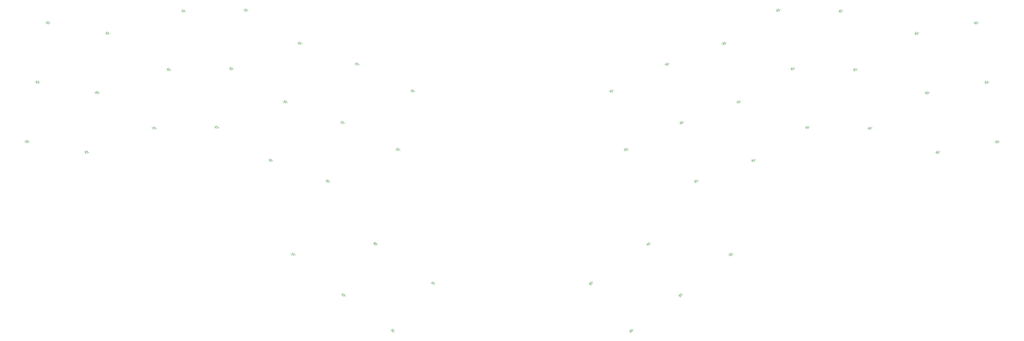
<source format=gbr>
%TF.GenerationSoftware,KiCad,Pcbnew,5.1.12-1.fc35*%
%TF.CreationDate,2022-03-12T21:09:43-08:00*%
%TF.ProjectId,jackalope_unibody,6a61636b-616c-46f7-9065-5f756e69626f,v1.0.0*%
%TF.SameCoordinates,Original*%
%TF.FileFunction,Legend,Bot*%
%TF.FilePolarity,Positive*%
%FSLAX46Y46*%
G04 Gerber Fmt 4.6, Leading zero omitted, Abs format (unit mm)*
G04 Created by KiCad (PCBNEW 5.1.12-1.fc35) date 2022-03-12 21:09:43*
%MOMM*%
%LPD*%
G01*
G04 APERTURE LIST*
%ADD10C,0.100000*%
G04 APERTURE END LIST*
D10*
%TO.C,D1*%
X-2388264Y-9225438D02*
X-1994341Y-9294897D01*
X-1994341Y-9294897D02*
X-1898834Y-8753253D01*
X-1994341Y-9294897D02*
X-2089847Y-9836541D01*
X-1994341Y-9294897D02*
X-1333997Y-9005163D01*
X-1333997Y-9005163D02*
X-1472915Y-9793009D01*
X-1472915Y-9793009D02*
X-1994341Y-9294897D01*
X-1403456Y-9399086D02*
X-911052Y-9485910D01*
%TO.C,D2*%
X911052Y9485910D02*
X1304975Y9416451D01*
X1304975Y9416451D02*
X1400482Y9958095D01*
X1304975Y9416451D02*
X1209469Y8874807D01*
X1304975Y9416451D02*
X1965319Y9706185D01*
X1965319Y9706185D02*
X1826401Y8918339D01*
X1826401Y8918339D02*
X1304975Y9416451D01*
X1895860Y9312262D02*
X2388264Y9225438D01*
%TO.C,D3*%
X4210367Y28197257D02*
X4604290Y28127798D01*
X4604290Y28127798D02*
X4699797Y28669442D01*
X4604290Y28127798D02*
X4508784Y27586154D01*
X4604290Y28127798D02*
X5264634Y28417532D01*
X5264634Y28417532D02*
X5125716Y27629686D01*
X5125716Y27629686D02*
X4604290Y28127798D01*
X5195175Y28023609D02*
X5687579Y27936785D01*
%TO.C,D4*%
X16323084Y-12524753D02*
X16717007Y-12594212D01*
X16717007Y-12594212D02*
X16812514Y-12052568D01*
X16717007Y-12594212D02*
X16621501Y-13135856D01*
X16717007Y-12594212D02*
X17377351Y-12304478D01*
X17377351Y-12304478D02*
X17238433Y-13092324D01*
X17238433Y-13092324D02*
X16717007Y-12594212D01*
X17307892Y-12698401D02*
X17800296Y-12785225D01*
%TO.C,D5*%
X19622399Y6186594D02*
X20016322Y6117135D01*
X20016322Y6117135D02*
X20111829Y6658779D01*
X20016322Y6117135D02*
X19920816Y5575491D01*
X20016322Y6117135D02*
X20676666Y6406869D01*
X20676666Y6406869D02*
X20537748Y5619023D01*
X20537748Y5619023D02*
X20016322Y6117135D01*
X20607207Y6012946D02*
X21099611Y5926122D01*
%TO.C,D6*%
X22921714Y24897942D02*
X23315637Y24828483D01*
X23315637Y24828483D02*
X23411144Y25370127D01*
X23315637Y24828483D02*
X23220131Y24286839D01*
X23315637Y24828483D02*
X23975981Y25118217D01*
X23975981Y25118217D02*
X23837063Y24330371D01*
X23837063Y24330371D02*
X23315637Y24828483D01*
X23906522Y24724294D02*
X24398926Y24637470D01*
%TO.C,D7*%
X37603549Y-4912319D02*
X37991667Y-5009087D01*
X37991667Y-5009087D02*
X38124725Y-4475425D01*
X37991667Y-5009087D02*
X37858610Y-5542750D01*
X37991667Y-5009087D02*
X38670614Y-4766122D01*
X38670614Y-4766122D02*
X38477076Y-5542359D01*
X38477076Y-5542359D02*
X37991667Y-5009087D01*
X38573845Y-5154240D02*
X39058993Y-5275201D01*
%TO.C,D8*%
X42200065Y13523300D02*
X42588183Y13426532D01*
X42588183Y13426532D02*
X42721241Y13960194D01*
X42588183Y13426532D02*
X42455126Y12892869D01*
X42588183Y13426532D02*
X43267130Y13669497D01*
X43267130Y13669497D02*
X43073592Y12893260D01*
X43073592Y12893260D02*
X42588183Y13426532D01*
X43170361Y13281379D02*
X43655509Y13160418D01*
%TO.C,D9*%
X46796581Y31958918D02*
X47184699Y31862150D01*
X47184699Y31862150D02*
X47317757Y32395812D01*
X47184699Y31862150D02*
X47051642Y31328487D01*
X47184699Y31862150D02*
X47863646Y32105115D01*
X47863646Y32105115D02*
X47670108Y31328878D01*
X47670108Y31328878D02*
X47184699Y31862150D01*
X47766877Y31716997D02*
X48252025Y31596036D01*
%TO.C,D10*%
X57248777Y-4657357D02*
X57636895Y-4754125D01*
X57636895Y-4754125D02*
X57769953Y-4220463D01*
X57636895Y-4754125D02*
X57503838Y-5287788D01*
X57636895Y-4754125D02*
X58315842Y-4511160D01*
X58315842Y-4511160D02*
X58122304Y-5287397D01*
X58122304Y-5287397D02*
X57636895Y-4754125D01*
X58219073Y-4899278D02*
X58704221Y-5020239D01*
%TO.C,D11*%
X61845293Y13778262D02*
X62233411Y13681494D01*
X62233411Y13681494D02*
X62366469Y14215156D01*
X62233411Y13681494D02*
X62100354Y13147831D01*
X62233411Y13681494D02*
X62912358Y13924459D01*
X62912358Y13924459D02*
X62718820Y13148222D01*
X62718820Y13148222D02*
X62233411Y13681494D01*
X62815589Y13536341D02*
X63300737Y13415380D01*
%TO.C,D12*%
X66441809Y32213881D02*
X66829927Y32117113D01*
X66829927Y32117113D02*
X66962985Y32650775D01*
X66829927Y32117113D02*
X66696870Y31583450D01*
X66829927Y32117113D02*
X67508874Y32360078D01*
X67508874Y32360078D02*
X67315336Y31583841D01*
X67315336Y31583841D02*
X66829927Y32117113D01*
X67412105Y31971960D02*
X67897253Y31850999D01*
%TO.C,D13*%
X74232865Y-15075647D02*
X74620983Y-15172415D01*
X74620983Y-15172415D02*
X74754041Y-14638753D01*
X74620983Y-15172415D02*
X74487926Y-15706078D01*
X74620983Y-15172415D02*
X75299930Y-14929450D01*
X75299930Y-14929450D02*
X75106392Y-15705687D01*
X75106392Y-15705687D02*
X74620983Y-15172415D01*
X75203161Y-15317568D02*
X75688309Y-15438529D01*
%TO.C,D14*%
X78829381Y3359972D02*
X79217499Y3263204D01*
X79217499Y3263204D02*
X79350557Y3796866D01*
X79217499Y3263204D02*
X79084442Y2729541D01*
X79217499Y3263204D02*
X79896446Y3506169D01*
X79896446Y3506169D02*
X79702908Y2729932D01*
X79702908Y2729932D02*
X79217499Y3263204D01*
X79799677Y3118051D02*
X80284825Y2997090D01*
%TO.C,D15*%
X83425897Y21795591D02*
X83814015Y21698823D01*
X83814015Y21698823D02*
X83947073Y22232485D01*
X83814015Y21698823D02*
X83680958Y21165160D01*
X83814015Y21698823D02*
X84492962Y21941788D01*
X84492962Y21941788D02*
X84299424Y21165551D01*
X84299424Y21165551D02*
X83814015Y21698823D01*
X84396193Y21553670D02*
X84881341Y21432709D01*
%TO.C,D16*%
X92184640Y-21612755D02*
X92572758Y-21709523D01*
X92572758Y-21709523D02*
X92705816Y-21175861D01*
X92572758Y-21709523D02*
X92439701Y-22243186D01*
X92572758Y-21709523D02*
X93251705Y-21466558D01*
X93251705Y-21466558D02*
X93058167Y-22242795D01*
X93058167Y-22242795D02*
X92572758Y-21709523D01*
X93154936Y-21854676D02*
X93640084Y-21975637D01*
%TO.C,D17*%
X96781156Y-3177136D02*
X97169274Y-3273904D01*
X97169274Y-3273904D02*
X97302332Y-2740242D01*
X97169274Y-3273904D02*
X97036217Y-3807567D01*
X97169274Y-3273904D02*
X97848221Y-3030939D01*
X97848221Y-3030939D02*
X97654683Y-3807176D01*
X97654683Y-3807176D02*
X97169274Y-3273904D01*
X97751452Y-3419057D02*
X98236600Y-3540018D01*
%TO.C,D18*%
X101377672Y15258483D02*
X101765790Y15161715D01*
X101765790Y15161715D02*
X101898848Y15695377D01*
X101765790Y15161715D02*
X101632733Y14628052D01*
X101765790Y15161715D02*
X102444737Y15404680D01*
X102444737Y15404680D02*
X102251199Y14628443D01*
X102251199Y14628443D02*
X101765790Y15161715D01*
X102347968Y15016562D02*
X102833116Y14895601D01*
%TO.C,D19*%
X114249087Y-11654835D02*
X114637205Y-11751603D01*
X114637205Y-11751603D02*
X114770263Y-11217941D01*
X114637205Y-11751603D02*
X114504148Y-12285266D01*
X114637205Y-11751603D02*
X115316152Y-11508638D01*
X115316152Y-11508638D02*
X115122614Y-12284875D01*
X115122614Y-12284875D02*
X114637205Y-11751603D01*
X115219383Y-11896756D02*
X115704531Y-12017717D01*
%TO.C,D20*%
X118845603Y6780784D02*
X119233721Y6684016D01*
X119233721Y6684016D02*
X119366779Y7217678D01*
X119233721Y6684016D02*
X119100664Y6150353D01*
X119233721Y6684016D02*
X119912668Y6926981D01*
X119912668Y6926981D02*
X119719130Y6150744D01*
X119719130Y6150744D02*
X119233721Y6684016D01*
X119815899Y6538863D02*
X120301047Y6417902D01*
%TO.C,D21*%
X81285114Y-44660538D02*
X81673232Y-44757306D01*
X81673232Y-44757306D02*
X81806290Y-44223644D01*
X81673232Y-44757306D02*
X81540175Y-45290969D01*
X81673232Y-44757306D02*
X82352179Y-44514341D01*
X82352179Y-44514341D02*
X82158641Y-45290578D01*
X82158641Y-45290578D02*
X81673232Y-44757306D01*
X82255410Y-44902459D02*
X82740558Y-45023420D01*
%TO.C,D22*%
X107258680Y-41142898D02*
X107597899Y-41354865D01*
X107597899Y-41354865D02*
X107889355Y-40888439D01*
X107597899Y-41354865D02*
X107306444Y-41821292D01*
X107597899Y-41354865D02*
X108318696Y-41333598D01*
X108318696Y-41333598D02*
X107894760Y-42012036D01*
X107894760Y-42012036D02*
X107597899Y-41354865D01*
X108106728Y-41672817D02*
X108530752Y-41937776D01*
%TO.C,D23*%
X125435133Y-53447882D02*
X125741550Y-53704997D01*
X125741550Y-53704997D02*
X126095084Y-53283673D01*
X125741550Y-53704997D02*
X125388017Y-54126322D01*
X125741550Y-53704997D02*
X126458292Y-53784252D01*
X126458292Y-53784252D02*
X125944062Y-54397088D01*
X125944062Y-54397088D02*
X125741550Y-53704997D01*
X126201177Y-54090670D02*
X126584199Y-54412064D01*
%TO.C,D24*%
X97190214Y-57255812D02*
X97529433Y-57467779D01*
X97529433Y-57467779D02*
X97820889Y-57001353D01*
X97529433Y-57467779D02*
X97237978Y-57934206D01*
X97529433Y-57467779D02*
X98250230Y-57446512D01*
X98250230Y-57446512D02*
X97826294Y-58124950D01*
X97826294Y-58124950D02*
X97529433Y-57467779D01*
X98038262Y-57785731D02*
X98462286Y-58050690D01*
%TO.C,D25*%
X112741174Y-68403353D02*
X113047591Y-68660468D01*
X113047591Y-68660468D02*
X113401125Y-68239144D01*
X113047591Y-68660468D02*
X112694058Y-69081793D01*
X113047591Y-68660468D02*
X113764333Y-68739723D01*
X113764333Y-68739723D02*
X113250103Y-69352559D01*
X113250103Y-69352559D02*
X113047591Y-68660468D01*
X113507218Y-69046141D02*
X113890240Y-69367535D01*
%TO.C,D26*%
X302509683Y-9485910D02*
X302903606Y-9416451D01*
X302903606Y-9416451D02*
X302808100Y-8874807D01*
X302903606Y-9416451D02*
X302999113Y-9958095D01*
X302903606Y-9416451D02*
X303425032Y-8918339D01*
X303425032Y-8918339D02*
X303563950Y-9706185D01*
X303563950Y-9706185D02*
X302903606Y-9416451D01*
X303494491Y-9312262D02*
X303986895Y-9225438D01*
%TO.C,D27*%
X299210367Y9225438D02*
X299604290Y9294897D01*
X299604290Y9294897D02*
X299508784Y9836541D01*
X299604290Y9294897D02*
X299699797Y8753253D01*
X299604290Y9294897D02*
X300125716Y9793009D01*
X300125716Y9793009D02*
X300264634Y9005163D01*
X300264634Y9005163D02*
X299604290Y9294897D01*
X300195175Y9399086D02*
X300687579Y9485910D01*
%TO.C,D28*%
X295911052Y27936785D02*
X296304975Y28006244D01*
X296304975Y28006244D02*
X296209469Y28547888D01*
X296304975Y28006244D02*
X296400482Y27464600D01*
X296304975Y28006244D02*
X296826401Y28504356D01*
X296826401Y28504356D02*
X296965319Y27716510D01*
X296965319Y27716510D02*
X296304975Y28006244D01*
X296895860Y28110433D02*
X297388264Y28197257D01*
%TO.C,D29*%
X283798335Y-12785225D02*
X284192258Y-12715766D01*
X284192258Y-12715766D02*
X284096752Y-12174122D01*
X284192258Y-12715766D02*
X284287765Y-13257410D01*
X284192258Y-12715766D02*
X284713684Y-12217654D01*
X284713684Y-12217654D02*
X284852602Y-13005500D01*
X284852602Y-13005500D02*
X284192258Y-12715766D01*
X284783143Y-12611577D02*
X285275547Y-12524753D01*
%TO.C,D30*%
X280499020Y5926122D02*
X280892943Y5995581D01*
X280892943Y5995581D02*
X280797437Y6537225D01*
X280892943Y5995581D02*
X280988450Y5453937D01*
X280892943Y5995581D02*
X281414369Y6493693D01*
X281414369Y6493693D02*
X281553287Y5705847D01*
X281553287Y5705847D02*
X280892943Y5995581D01*
X281483828Y6099770D02*
X281976232Y6186594D01*
%TO.C,D31*%
X277199705Y24637470D02*
X277593628Y24706929D01*
X277593628Y24706929D02*
X277498122Y25248573D01*
X277593628Y24706929D02*
X277689135Y24165285D01*
X277593628Y24706929D02*
X278115054Y25205041D01*
X278115054Y25205041D02*
X278253972Y24417195D01*
X278253972Y24417195D02*
X277593628Y24706929D01*
X278184513Y24811118D02*
X278676917Y24897942D01*
%TO.C,D32*%
X262539638Y-5275201D02*
X262927756Y-5178433D01*
X262927756Y-5178433D02*
X262794699Y-4644770D01*
X262927756Y-5178433D02*
X263060814Y-5712095D01*
X262927756Y-5178433D02*
X263413165Y-4645161D01*
X263413165Y-4645161D02*
X263606703Y-5421398D01*
X263606703Y-5421398D02*
X262927756Y-5178433D01*
X263509934Y-5033280D02*
X263995082Y-4912319D01*
%TO.C,D33*%
X257943122Y13160418D02*
X258331240Y13257186D01*
X258331240Y13257186D02*
X258198183Y13790849D01*
X258331240Y13257186D02*
X258464298Y12723524D01*
X258331240Y13257186D02*
X258816649Y13790458D01*
X258816649Y13790458D02*
X259010187Y13014221D01*
X259010187Y13014221D02*
X258331240Y13257186D01*
X258913418Y13402339D02*
X259398566Y13523300D01*
%TO.C,D34*%
X253346606Y31596036D02*
X253734724Y31692804D01*
X253734724Y31692804D02*
X253601667Y32226467D01*
X253734724Y31692804D02*
X253867782Y31159142D01*
X253734724Y31692804D02*
X254220133Y32226076D01*
X254220133Y32226076D02*
X254413671Y31449839D01*
X254413671Y31449839D02*
X253734724Y31692804D01*
X254316902Y31837957D02*
X254802050Y31958918D01*
%TO.C,D35*%
X242894409Y-5020239D02*
X243282527Y-4923471D01*
X243282527Y-4923471D02*
X243149470Y-4389808D01*
X243282527Y-4923471D02*
X243415585Y-5457133D01*
X243282527Y-4923471D02*
X243767936Y-4390199D01*
X243767936Y-4390199D02*
X243961474Y-5166436D01*
X243961474Y-5166436D02*
X243282527Y-4923471D01*
X243864705Y-4778318D02*
X244349853Y-4657357D01*
%TO.C,D36*%
X238297893Y13415380D02*
X238686011Y13512148D01*
X238686011Y13512148D02*
X238552954Y14045811D01*
X238686011Y13512148D02*
X238819069Y12978486D01*
X238686011Y13512148D02*
X239171420Y14045420D01*
X239171420Y14045420D02*
X239364958Y13269183D01*
X239364958Y13269183D02*
X238686011Y13512148D01*
X239268189Y13657301D02*
X239753337Y13778262D01*
%TO.C,D37*%
X233701377Y31850999D02*
X234089495Y31947767D01*
X234089495Y31947767D02*
X233956438Y32481430D01*
X234089495Y31947767D02*
X234222553Y31414105D01*
X234089495Y31947767D02*
X234574904Y32481039D01*
X234574904Y32481039D02*
X234768442Y31704802D01*
X234768442Y31704802D02*
X234089495Y31947767D01*
X234671673Y32092920D02*
X235156821Y32213881D01*
%TO.C,D38*%
X225910322Y-15438529D02*
X226298440Y-15341761D01*
X226298440Y-15341761D02*
X226165383Y-14808098D01*
X226298440Y-15341761D02*
X226431498Y-15875423D01*
X226298440Y-15341761D02*
X226783849Y-14808489D01*
X226783849Y-14808489D02*
X226977387Y-15584726D01*
X226977387Y-15584726D02*
X226298440Y-15341761D01*
X226880618Y-15196608D02*
X227365766Y-15075647D01*
%TO.C,D39*%
X221313806Y2997090D02*
X221701924Y3093858D01*
X221701924Y3093858D02*
X221568867Y3627521D01*
X221701924Y3093858D02*
X221834982Y2560196D01*
X221701924Y3093858D02*
X222187333Y3627130D01*
X222187333Y3627130D02*
X222380871Y2850893D01*
X222380871Y2850893D02*
X221701924Y3093858D01*
X222284102Y3239011D02*
X222769250Y3359972D01*
%TO.C,D40*%
X216717290Y21432709D02*
X217105408Y21529477D01*
X217105408Y21529477D02*
X216972351Y22063140D01*
X217105408Y21529477D02*
X217238466Y20995815D01*
X217105408Y21529477D02*
X217590817Y22062749D01*
X217590817Y22062749D02*
X217784355Y21286512D01*
X217784355Y21286512D02*
X217105408Y21529477D01*
X217687586Y21674630D02*
X218172734Y21795591D01*
%TO.C,D41*%
X207958547Y-21975637D02*
X208346665Y-21878869D01*
X208346665Y-21878869D02*
X208213608Y-21345206D01*
X208346665Y-21878869D02*
X208479723Y-22412531D01*
X208346665Y-21878869D02*
X208832074Y-21345597D01*
X208832074Y-21345597D02*
X209025612Y-22121834D01*
X209025612Y-22121834D02*
X208346665Y-21878869D01*
X208928843Y-21733716D02*
X209413991Y-21612755D01*
%TO.C,D42*%
X203362031Y-3540018D02*
X203750149Y-3443250D01*
X203750149Y-3443250D02*
X203617092Y-2909587D01*
X203750149Y-3443250D02*
X203883207Y-3976912D01*
X203750149Y-3443250D02*
X204235558Y-2909978D01*
X204235558Y-2909978D02*
X204429096Y-3686215D01*
X204429096Y-3686215D02*
X203750149Y-3443250D01*
X204332327Y-3298097D02*
X204817475Y-3177136D01*
%TO.C,D43*%
X198765515Y14895601D02*
X199153633Y14992369D01*
X199153633Y14992369D02*
X199020576Y15526032D01*
X199153633Y14992369D02*
X199286691Y14458707D01*
X199153633Y14992369D02*
X199639042Y15525641D01*
X199639042Y15525641D02*
X199832580Y14749404D01*
X199832580Y14749404D02*
X199153633Y14992369D01*
X199735811Y15137522D02*
X200220959Y15258483D01*
%TO.C,D44*%
X185894100Y-12017717D02*
X186282218Y-11920949D01*
X186282218Y-11920949D02*
X186149161Y-11387286D01*
X186282218Y-11920949D02*
X186415276Y-12454611D01*
X186282218Y-11920949D02*
X186767627Y-11387677D01*
X186767627Y-11387677D02*
X186961165Y-12163914D01*
X186961165Y-12163914D02*
X186282218Y-11920949D01*
X186864396Y-11775796D02*
X187349544Y-11654835D01*
%TO.C,D45*%
X181297584Y6417902D02*
X181685702Y6514670D01*
X181685702Y6514670D02*
X181552645Y7048333D01*
X181685702Y6514670D02*
X181818760Y5981008D01*
X181685702Y6514670D02*
X182171111Y7047942D01*
X182171111Y7047942D02*
X182364649Y6271705D01*
X182364649Y6271705D02*
X181685702Y6514670D01*
X182267880Y6659823D02*
X182753028Y6780784D01*
%TO.C,D46*%
X218858073Y-45023420D02*
X219246191Y-44926652D01*
X219246191Y-44926652D02*
X219113134Y-44392989D01*
X219246191Y-44926652D02*
X219379249Y-45460314D01*
X219246191Y-44926652D02*
X219731600Y-44393380D01*
X219731600Y-44393380D02*
X219925138Y-45169617D01*
X219925138Y-45169617D02*
X219246191Y-44926652D01*
X219828369Y-44781499D02*
X220313517Y-44660538D01*
%TO.C,D47*%
X193067879Y-41937776D02*
X193407098Y-41725809D01*
X193407098Y-41725809D02*
X193115643Y-41259382D01*
X193407098Y-41725809D02*
X193698554Y-42192235D01*
X193407098Y-41725809D02*
X193703959Y-41068638D01*
X193703959Y-41068638D02*
X194127895Y-41747076D01*
X194127895Y-41747076D02*
X193407098Y-41725809D01*
X193915927Y-41407857D02*
X194339951Y-41142898D01*
%TO.C,D48*%
X175014432Y-54412064D02*
X175320849Y-54154949D01*
X175320849Y-54154949D02*
X174967316Y-53733624D01*
X175320849Y-54154949D02*
X175674383Y-54576273D01*
X175320849Y-54154949D02*
X175523361Y-53462858D01*
X175523361Y-53462858D02*
X176037591Y-54075694D01*
X176037591Y-54075694D02*
X175320849Y-54154949D01*
X175780476Y-53769276D02*
X176163498Y-53447882D01*
%TO.C,D49*%
X203136345Y-58050690D02*
X203475564Y-57838723D01*
X203475564Y-57838723D02*
X203184109Y-57372296D01*
X203475564Y-57838723D02*
X203767020Y-58305149D01*
X203475564Y-57838723D02*
X203772425Y-57181552D01*
X203772425Y-57181552D02*
X204196361Y-57859990D01*
X204196361Y-57859990D02*
X203475564Y-57838723D01*
X203984393Y-57520771D02*
X204408417Y-57255812D01*
%TO.C,D50*%
X187708391Y-69367535D02*
X188014808Y-69110420D01*
X188014808Y-69110420D02*
X187661275Y-68689095D01*
X188014808Y-69110420D02*
X188368342Y-69531744D01*
X188014808Y-69110420D02*
X188217320Y-68418329D01*
X188217320Y-68418329D02*
X188731550Y-69031165D01*
X188731550Y-69031165D02*
X188014808Y-69110420D01*
X188474435Y-68724747D02*
X188857457Y-68403353D01*
%TD*%
M02*

</source>
